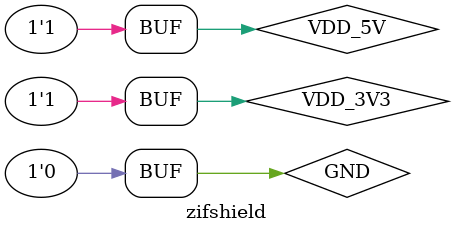
<source format=v>

module zifshield();

  supply1   VDD_3V3, VDD_5V ;
  supply0   GND;

  wire      n1,n2,n3,n4,n5,n6,n7,n8,n9;
  wire      n10,n11,n12,n13,n14,n15,n16,n17,n18,n19;
  wire      n20,n21,n22,n23,n24,n25,n26,n27,n28,n29;
  wire      n30,n31,n32,n33,n34,n35,n36,n37,n38,n39;  
  wire      n40;
  
  wire DP0;
  wire DP1;
  wire DP2;
  wire DP3;
  wire DP4;
  wire DP5;
  wire DP6;
  wire DP7;
  wire DP8;
  wire DP9;
  wire DP10;
  wire DP11;
  wire DP12;
  wire DP13;
  wire DP14;
  wire DP15;
  wire DP16;
  wire DP17;
  wire DP18;
  wire DP19;
  wire DP20;
  wire DP21;
  wire DP22;
  wire DP23;
  wire DP24;
  wire DP25;
  wire DP26;
  wire DP27;
  wire DP28;
  wire DP29;
  wire DP30;
  wire DP31;
  wire DP32;
  wire DP33;
  wire DP34;
  wire DP35;
  wire DP36;
  wire DP37;
  wire DP38;
  wire DP39;
  wire DP40;
  wire DP41;
  wire DP42;
  wire DP43;
  wire DP44;
  wire DP45;
  wire DP46;
  wire DP47;
  wire DP48;
  wire DP49;
  wire DP50;
  wire DP51;
  wire DP52;
  wire DP53;
  wire DP54;
  wire DP55;
  wire DP56;
  wire DP57;
  wire DP58;
  wire DP59;
  wire DP60;
  wire DP61;
  wire DP62;
  wire DP63;
  wire DP64;
  wire DP65;
  wire DP66;
  wire DP67;
  wire DP68;
  wire DP69;
  wire RESETB, IO_REF, SCL, SDA, AREF;
  

  
  
  ZIF40      skt_0 (
                  .p1(n1),         .p40(n40),
                  .p2(n2),         .p39(n39),
                  .p3(n3),         .p38(n38),
                  .p4(n4),         .p37(n37),
                  .p5(n5),         .p36(n36),
                  .p6(n6),         .p35(n35),
                  .p7(n7),         .p34(n34),
                  .p8(n8),         .p33(n33),
                  .p9(n9),         .p32(n32),
                  .p10(n10),       .p31(n31),
                  .p11(n11),       .p30(n30),
                  .p12(n12),       .p29(n29),                  
                  .p13(n13),       .p28(n28),
                  .p14(n14),       .p27(n27),
                  .p15(n15),       .p26(n26),
                  .p16(n16),       .p25(n25),
                  .p17(n17),       .p24(n24),
                  .p18(n18),       .p23(n23),
                  .p19(n19),       .p22(n22),
                  .p20(n20),       .p21(n21)
                    );
  
  // 5V or 3V3 power selection for ZIF
  hdr2x05  power_GND     (.p1(GND), .p2(GND), .p3(GND), .p4(GND), .p5(GND), 
                        .p6(GND), .p7(GND), .p8(GND), .p9(GND), .p10(GND));
  
  hdr2x03  power_3V3   (.p1(VDD_3V3), .p2(VDD_3V3), .p3(VDD_3V3), .p4(VDD_3V3), .p5(VDD_3V3), .p6(VDD_3V3))    ;
  
  hdr2x03  power_5V    (.p1(VDD_5V), .p2(VDD_5V), .p3(VDD_5V), .p4(VDD_5V), .p5(VDD_5V), .p6(VDD_5V))    ;
  

  // Arduino UART pins
  // hdr1x03  uart_0    (.p1(GND), .p2(DP0), .p3(DP1)); // DP0=TxD, DP1= RxD

  // Reset switch
  hdr1x02  reset_0    (.p1(RESETB), .p2(GND));
      
  // LHS headers   
  hdr2x20  l_01 ( 
                  .p1(DP54),    .p2(n1) ,
 		  .p3(DP55),    .p4(n2) ,
 		  .p5(DP56),    .p6(n3) ,
 		  .p7(DP57),    .p8(n4) ,
 		  .p9(DP58),    .p10(n5) ,
 		  .p11(DP59),   .p12(n6) ,
 		  .p13(DP60),   .p14(n7) ,
 		  .p15(DP61),   .p16(n8) ,
 		  .p17(DP62),   .p18(n9) ,
 		  .p19(DP63),   .p20(n10), 
 		  .p21(DP64),   .p22(n11),
 		  .p23(DP65),   .p24(n12),
 		  .p25(DP66),   .p26(n13),
 		  .p27(DP67),   .p28(n14),
 		  .p29(DP68),   .p30(n15),
 		  .p31(DP69),   .p32(n16),
 		  .p33(DP52),   .p34(n17),
 		  .p35(DP50),   .p36(n18),
 		  .p37(DP48),   .p38(n19),
 		  .p39(DP20),   .p40(n20));
  
                                                
  // RHS headers  
  hdr2x20  r_01 (
                 .p1(n40),     .p2(DP13),
 		 .p3(n39),     .p4(DP12),
 		 .p5(n38),     .p6(DP11),
 		 .p7(n37),     .p8(DP10),
 		 .p9(n36),     .p10(DP9),
 		 .p11(n35),    .p12(DP8),
 		 .p13(n34),    .p14(DP7),
 		 .p15(n33),    .p16(DP6),
 		 .p17(n32),    .p18(DP5),
 		 .p19(n31),    .p20(DP4),
 		 .p21(n30),    .p22(DP3),
 		 .p23(n29),    .p24(DP2),
 		 .p25(n28),    .p26(DP1),
 		 .p27(n27),    .p28(DP0),
 		 .p29(n26),    .p30(DP14),
 		 .p31(n25),    .p32(DP15),
 		 .p33(n24),    .p34(DP16),
 		 .p35(n23),    .p36(DP17),
 		 .p37(n22),    .p38(DP18),
  	         .p39(n21),    .p40(DP19));
  

  // Arduino Headers


  // Left Hand Edge, top to bottom
  // Power Con
  hdr1x08 ard_hdr_0( .p1(),
                    .p2(IO_REF),
                    .p3(RESETB),
                    .p4(VDD_3V3),
                    .p5(VDD_5V),
                    .p6(GND),
                    .p7(GND),
                    .p8()
                    );
  
    
  hdr1x08 ard_hdr_1(
                   .p1(DP54),
                   .p2(DP55),
                   .p3(DP56),
                   .p4(DP57),
                   .p5(DP58),
                   .p6(DP59),
                   .p7(DP60),                   
                   .p8(DP61)
                   );
  
  
  hdr1x08 ard_hdr_2(
                   .p1(DP62),
                   .p2(DP63),
                   .p3(DP64),
                   .p4(DP65),
                   .p5(DP66),
                   .p6(DP67),
                   .p7(DP68),                   
                   .p8(DP69)
                   );
  
        
        
     // Right Hand Edg, top to bottom
     
  hdr1x10 ard_hdr_3(
                    .p1(SCL),
                    .p2(SDA),
                    .p3(AREF),
                    .p4(GND),
                    .p5(DP13),
                    .p6(DP12),
                    .p7(DP11),                   
                    .p8(DP10),
                    .p9(DP9),
                    .p10(DP8)                     
                    );
  
  
  hdr1x08 ard_hdr_4(
                   .p1(DP7),
                   .p2(DP6),
                   .p3(DP5),
                   .p4(DP4),
                   .p5(DP3),
                   .p6(DP2),
                   .p7(DP1),                   
                   .p8(DP0)
                   );
  

  hdr1x08 ard_hdr_5(
                   .p1(DP14),
                   .p2(DP15),
                   .p3(DP16),
                   .p4(DP17),
                   .p5(DP18),
                   .p6(DP19),
                   .p7(DP20),                   
                   .p8(DP21)
                   );
  

  // Bottom Connector L-> Right 
  hdr2x18 ard_hdr_6(
                    .p1(GND),          .p2(GND),
                    .p3(DP53),         .p4(DP52),
                    .p5(DP51),         .p6(DP50),
                    .p7(DP49),         .p8(DP48),
                    .p9(DP47),         .p10(DP46),
                    .p11(DP45),        .p12(DP44),
                    .p13(DP43),        .p14(DP42),
                    .p15(DP41),        .p16(DP40),
                    .p17(DP39),        .p18(DP38),
                    .p19(DP37),        .p20(DP36),
                    .p21(DP35),        .p22(DP34),
                    .p23(DP33),        .p24(DP32),
                    .p25(DP31),        .p26(DP30),
                    .p27(DP29),        .p28(DP28),
                    .p29(DP27),        .p30(DP26),
                    .p31(DP25),        .p32(DP24),
                    .p33(DP23),        .p34(DP22),
                    .p35(VDD_5V),      .p36(VDD_5V)
                    );
  

  // Caps
  // Radial electolytic, one each on the main 5V and incoming 3V3 supply
  cap22uf         CAP22UF_5V(.minus(GND),.plus(VDD_5V));
  cap22uf         CAP22UF_3V3(.minus(GND),.plus(VDD_3V3));

  
   // Decoupling caps for CPLD and one for SRAM
   cap100nf CAP100N_1 (.p0( GND ), .p1( VDD_5V ));
   cap100nf CAP100N_2 (.p0( VDD_3V3 ), .p1( GND ));
  
  
endmodule

</source>
